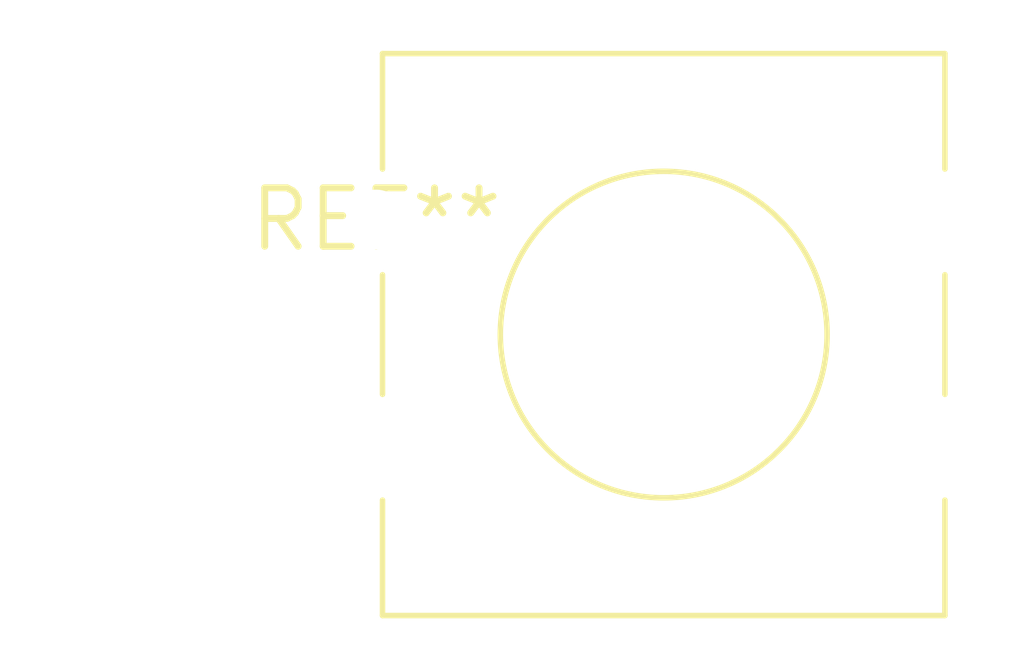
<source format=kicad_pcb>
(kicad_pcb (version 20240108) (generator pcbnew)
  (layers (0 "F.Cu" signal) (31 "B.Cu" signal) (34 "B.Paste" user) (35 "F.Paste" user) (36 "B.SilkS" user "B.Silkscreen") (37 "F.SilkS" user "F.Silkscreen") (38 "B.Mask" user) (39 "F.Mask" user) (44 "Edge.Cuts" user))
  (net 0 "")
  (footprint "SW_PUSH-12mm" (layer "F.Cu") (at 0 0)
    (property "Reference" "REF**")
    (property "Value" "SW_PUSH-12mm")
    (fp_line (start 0.14 -3.61) (end 0.14 -1.1) (layer "F.SilkS") (stroke (width 0.12)))
    (fp_line (start 0.14 -3.61) (end 12.36 -3.61) (layer "F.SilkS") (stroke (width 0.12)))
    (fp_line (start 0.14 1.2) (end 0.14 3.8) (layer "F.SilkS") (stroke (width 0.12)))
    (fp_line (start 0.14 6.1) (end 0.14 8.61) (layer "F.SilkS") (stroke (width 0.12)))
    (fp_line (start 12.36 -3.61) (end 12.36 -1.1) (layer "F.SilkS") (stroke (width 0.12)))
    (fp_line (start 12.36 1.2) (end 12.36 3.8) (layer "F.SilkS") (stroke (width 0.12)))
    (fp_line (start 12.36 6.1) (end 12.36 8.61) (layer "F.SilkS") (stroke (width 0.12)))
    (fp_line (start 12.36 8.61) (end 0.14 8.61) (layer "F.SilkS") (stroke (width 0.12)))
    (fp_circle (center 6.25 2.5) (end 9.8 2.5) (layer "F.SilkS") (stroke (width 0.12)) (fill none))
    (pad "1" thru_hole oval (at 0 0) (size 3.2 1.9) (drill 1.3) (layers *.Cu *.Mask) (remove_unused_layers))
    (pad "1" thru_hole oval (at 12.5 0) (size 3.2 1.9) (drill 1.3) (layers *.Cu *.Mask) (remove_unused_layers))
    (pad "2" thru_hole oval (at 0 5) (size 3.2 1.9) (drill 1.3) (layers *.Cu *.Mask) (remove_unused_layers))
    (pad "2" thru_hole oval (at 12.5 5) (size 3.2 1.9) (drill 1.3) (layers *.Cu *.Mask) (remove_unused_layers))
  )
)
</source>
